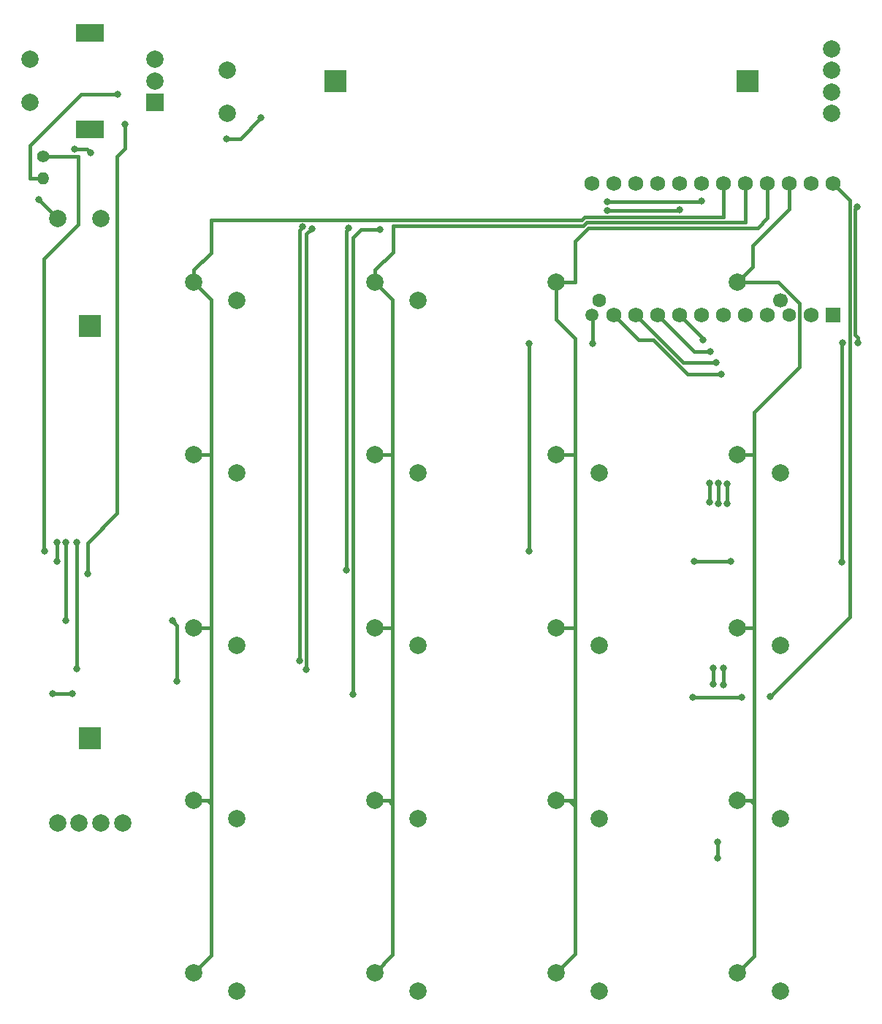
<source format=gbr>
G04 #@! TF.GenerationSoftware,KiCad,Pcbnew,(5.1.0)-1*
G04 #@! TF.CreationDate,2019-03-23T00:22:17+01:00*
G04 #@! TF.ProjectId,Schematic2,53636865-6d61-4746-9963-322e6b696361,rev?*
G04 #@! TF.SameCoordinates,Original*
G04 #@! TF.FileFunction,Copper,L2,Bot*
G04 #@! TF.FilePolarity,Positive*
%FSLAX46Y46*%
G04 Gerber Fmt 4.6, Leading zero omitted, Abs format (unit mm)*
G04 Created by KiCad (PCBNEW (5.1.0)-1) date 2019-03-23 00:22:17*
%MOMM*%
%LPD*%
G04 APERTURE LIST*
%ADD10C,2.000000*%
%ADD11C,1.600000*%
%ADD12R,3.200000X2.000000*%
%ADD13R,2.000000X2.000000*%
%ADD14C,1.700000*%
%ADD15C,1.400000*%
%ADD16O,1.400000X1.400000*%
%ADD17R,2.500000X2.500000*%
%ADD18C,1.752600*%
%ADD19C,1.500000*%
%ADD20R,1.752600X1.752600*%
%ADD21C,0.800000*%
%ADD22C,0.400000*%
G04 APERTURE END LIST*
D10*
X76470000Y-143370000D03*
X71470000Y-141270000D03*
X55470000Y-143370000D03*
X50470000Y-141270000D03*
X97470000Y-143370000D03*
X92470000Y-141270000D03*
X118470000Y-143370000D03*
X113470000Y-141270000D03*
X55470000Y-123370000D03*
X50470000Y-121270000D03*
X118470000Y-123370000D03*
X113470000Y-121270000D03*
X118470000Y-103370000D03*
X113470000Y-101270000D03*
X76470000Y-123370000D03*
X71470000Y-121270000D03*
X97470000Y-123370000D03*
X92470000Y-121270000D03*
X118470000Y-83370000D03*
X113470000Y-81270000D03*
D11*
X97470000Y-63370000D03*
D10*
X92470000Y-61270000D03*
X55470000Y-103370000D03*
X50470000Y-101270000D03*
X31470000Y-35470000D03*
X31470000Y-40470000D03*
D12*
X38470000Y-32370000D03*
X38470000Y-43570000D03*
D10*
X45970000Y-35470000D03*
X45970000Y-37970000D03*
D13*
X45970000Y-40470000D03*
D10*
X55470000Y-83370000D03*
X50470000Y-81270000D03*
X97470000Y-103370000D03*
X92470000Y-101270000D03*
X55470000Y-63370000D03*
X50470000Y-61270000D03*
X76470000Y-103370000D03*
X71470000Y-101270000D03*
D14*
X118470000Y-63370000D03*
D10*
X113470000Y-61270000D03*
X97470000Y-83370000D03*
X92470000Y-81270000D03*
X76470000Y-83370000D03*
X71470000Y-81270000D03*
D15*
X33018000Y-46734000D03*
D16*
X33018000Y-49274000D03*
D17*
X38480000Y-114122000D03*
D10*
X39720000Y-53870000D03*
X34720000Y-53870000D03*
X42220000Y-123870000D03*
X39720000Y-123870000D03*
X37220000Y-123870000D03*
X34720000Y-123870000D03*
D17*
X38480000Y-66370000D03*
D10*
X76470000Y-63370000D03*
X71470000Y-61270000D03*
D18*
X124590000Y-49850000D03*
X122050000Y-49850000D03*
X119510000Y-49850000D03*
X116970000Y-49850000D03*
X114430000Y-49850000D03*
X111890000Y-49850000D03*
X109350000Y-49850000D03*
X106810000Y-49850000D03*
X104270000Y-49850000D03*
X101730000Y-49850000D03*
X99190000Y-49850000D03*
X96650000Y-49850000D03*
D19*
X96650000Y-65090000D03*
D18*
X99190000Y-65090000D03*
X101730000Y-65090000D03*
X104270000Y-65090000D03*
X106810000Y-65090000D03*
X109350000Y-65090000D03*
X111890000Y-65090000D03*
X114430000Y-65090000D03*
X116970000Y-65090000D03*
D11*
X119510000Y-65090000D03*
D18*
X122050000Y-65090000D03*
D20*
X124590000Y-65090000D03*
D17*
X114612000Y-37960000D03*
D10*
X54360000Y-36720000D03*
X54360000Y-41720000D03*
X124360000Y-34220000D03*
X124360000Y-36720000D03*
X124360000Y-39220000D03*
X124360000Y-41720000D03*
D17*
X66860000Y-37960000D03*
D21*
X109460000Y-67940000D03*
X110240000Y-86710000D03*
X110240000Y-84540000D03*
X110350000Y-69310000D03*
X110660000Y-107840000D03*
X111040000Y-70600000D03*
X110660000Y-106000000D03*
X111230000Y-86880000D03*
X111270000Y-84560000D03*
X112270000Y-84630000D03*
X111640010Y-71920000D03*
X112320000Y-86880000D03*
X111190000Y-126100000D03*
X111830000Y-106000000D03*
X111220000Y-127950000D03*
X111830000Y-107910000D03*
X32510000Y-51687000D03*
X34669000Y-93597000D03*
X34669000Y-91438000D03*
X41692000Y-39533579D03*
X68140000Y-94620000D03*
X68450000Y-54980000D03*
X89370000Y-92430000D03*
X89370000Y-68400000D03*
X96660000Y-68400000D03*
X36447000Y-108964000D03*
X34161000Y-108964000D03*
X38517000Y-46264000D03*
X36680000Y-45860000D03*
X68960000Y-108990000D03*
X72080000Y-55190000D03*
X63540000Y-106170000D03*
X64190000Y-55040000D03*
X98390000Y-52919990D03*
X106800000Y-52900000D03*
X62720000Y-105090000D03*
X63110000Y-54860000D03*
X98373053Y-51920131D03*
X109340000Y-51890000D03*
X108450000Y-93630000D03*
X112720000Y-93640000D03*
X125570000Y-93670000D03*
X125640000Y-68270000D03*
X127420000Y-68250000D03*
X127350000Y-52570000D03*
X47990000Y-100500000D03*
X48550000Y-107500000D03*
X108340000Y-109320000D03*
X113930000Y-109320000D03*
X117270000Y-109270000D03*
X33183000Y-92454000D03*
X42490000Y-42950000D03*
X38160000Y-95040000D03*
X35685000Y-91438000D03*
X35685000Y-100455000D03*
X58279314Y-42249315D03*
X54300000Y-44640000D03*
X36950000Y-91440000D03*
X36900000Y-106050000D03*
D22*
X113470000Y-101270000D02*
X115400000Y-101270000D01*
X113470000Y-121270000D02*
X114884213Y-121270000D01*
X113470000Y-81270000D02*
X115400000Y-81270000D01*
X115400000Y-76310000D02*
X115400000Y-121270000D01*
X119510000Y-52780002D02*
X115230002Y-57060000D01*
X119510000Y-49850000D02*
X119510000Y-52780002D01*
X120660001Y-71049999D02*
X115400000Y-76310000D01*
X118220002Y-61270000D02*
X120660001Y-63709999D01*
X115230002Y-59509998D02*
X113470000Y-61270000D01*
X113470000Y-61270000D02*
X118220002Y-61270000D01*
X120660001Y-63709999D02*
X120660001Y-71049999D01*
X115230002Y-57060000D02*
X115230002Y-59509998D01*
X115400000Y-139340000D02*
X113470000Y-141270000D01*
X115400000Y-121720000D02*
X114950000Y-121270000D01*
X115400000Y-121750000D02*
X115400000Y-121720000D01*
X114950000Y-121270000D02*
X115400000Y-121270000D01*
X114884213Y-121270000D02*
X114950000Y-121270000D01*
X115400000Y-121750000D02*
X115400000Y-139340000D01*
X115400000Y-121270000D02*
X115400000Y-121750000D01*
X94660000Y-121190000D02*
X94660000Y-101230000D01*
X94700000Y-61280000D02*
X94700000Y-57131998D01*
X92470000Y-65600000D02*
X92470000Y-61270000D01*
X94620000Y-101270000D02*
X94660000Y-101230000D01*
X115810000Y-55000000D02*
X116970000Y-53840000D01*
X96220000Y-55000000D02*
X115810000Y-55000000D01*
X94710000Y-57121998D02*
X94710000Y-56510000D01*
X94660000Y-101230000D02*
X94660000Y-81280000D01*
X94700000Y-57131998D02*
X94710000Y-57121998D01*
X92470000Y-61270000D02*
X93884213Y-61270000D01*
X94580000Y-121270000D02*
X94660000Y-121190000D01*
X94660000Y-67790000D02*
X92470000Y-65600000D01*
X94660000Y-81280000D02*
X94660000Y-67790000D01*
X93894213Y-81280000D02*
X94660000Y-81280000D01*
X116970000Y-53840000D02*
X116970000Y-49850000D01*
X92470000Y-81270000D02*
X93884213Y-81270000D01*
X94710000Y-56510000D02*
X96220000Y-55000000D01*
X92470000Y-101270000D02*
X94620000Y-101270000D01*
X93884213Y-61270000D02*
X93894213Y-61280000D01*
X93884213Y-81270000D02*
X93894213Y-81280000D01*
X93894213Y-61280000D02*
X94700000Y-61280000D01*
X93469999Y-140270001D02*
X93469999Y-140250001D01*
X92470000Y-141270000D02*
X93469999Y-140270001D01*
X93469999Y-140250001D02*
X94660000Y-139060000D01*
X94660000Y-121935000D02*
X93995000Y-121270000D01*
X94660000Y-121965000D02*
X94660000Y-121935000D01*
X93995000Y-121270000D02*
X92470000Y-121270000D01*
X94580000Y-121270000D02*
X93995000Y-121270000D01*
X94660000Y-121965000D02*
X94660000Y-121190000D01*
X94660000Y-139060000D02*
X94660000Y-121965000D01*
X71488176Y-101288176D02*
X71470000Y-101270000D01*
X72894213Y-81260000D02*
X73530000Y-81260000D01*
X71488176Y-101367900D02*
X71488176Y-101288176D01*
X73530000Y-63330000D02*
X71470000Y-61270000D01*
X96051458Y-54320000D02*
X114400000Y-54320000D01*
X71470000Y-81270000D02*
X72884213Y-81270000D01*
X73550000Y-57775787D02*
X73550000Y-54770000D01*
X73550000Y-54770000D02*
X95601458Y-54770000D01*
X71470000Y-61270000D02*
X71470000Y-59855787D01*
X71470000Y-101270000D02*
X73530000Y-101270000D01*
X71470000Y-59855787D02*
X73550000Y-57775787D01*
X95601458Y-54770000D02*
X96051458Y-54320000D01*
X114400000Y-54320000D02*
X114430000Y-54290000D01*
X73530000Y-81260000D02*
X73530000Y-63330000D01*
X72884213Y-81270000D02*
X72894213Y-81260000D01*
X114430000Y-54290000D02*
X114430000Y-49850000D01*
X72469999Y-140270001D02*
X72469999Y-140170001D01*
X71470000Y-141270000D02*
X72469999Y-140270001D01*
X72469999Y-140170001D02*
X73530000Y-139110000D01*
X73530000Y-121760000D02*
X73040000Y-121270000D01*
X73530000Y-121790000D02*
X73530000Y-121760000D01*
X73040000Y-121270000D02*
X73530000Y-121270000D01*
X71470000Y-121270000D02*
X73040000Y-121270000D01*
X73530000Y-121790000D02*
X73530000Y-81260000D01*
X73530000Y-139110000D02*
X73530000Y-121790000D01*
X50470000Y-101270000D02*
X52500000Y-101270000D01*
X50470000Y-59855787D02*
X52480000Y-57845787D01*
X50470000Y-61270000D02*
X50470000Y-59855787D01*
X52480000Y-57845787D02*
X52480000Y-54060000D01*
X95462916Y-54060000D02*
X95802926Y-53719990D01*
X52480000Y-54060000D02*
X95462916Y-54060000D01*
X95802926Y-53719990D02*
X111830000Y-53719990D01*
X111890000Y-53659990D02*
X111890000Y-49850000D01*
X111830000Y-53719990D02*
X111890000Y-53659990D01*
X50470000Y-81270000D02*
X52500000Y-81270000D01*
X52500000Y-63300000D02*
X50470000Y-61270000D01*
X51469999Y-140250001D02*
X52500000Y-139220000D01*
X50470000Y-141270000D02*
X51469999Y-140270001D01*
X51469999Y-140270001D02*
X51469999Y-140250001D01*
X50470000Y-121270000D02*
X52500000Y-121270000D01*
X52500000Y-121715000D02*
X52070000Y-121285000D01*
X52500000Y-121715000D02*
X52500000Y-63300000D01*
X52500000Y-139220000D02*
X52500000Y-121715000D01*
X109460000Y-67740000D02*
X106810000Y-65090000D01*
X109460000Y-67940000D02*
X109460000Y-67740000D01*
X110240000Y-86710000D02*
X110240000Y-84540000D01*
X110350000Y-69310000D02*
X108490000Y-69310000D01*
X108490000Y-69310000D02*
X104270000Y-65090000D01*
X110660000Y-107840000D02*
X110660000Y-106000000D01*
X107240000Y-70600000D02*
X101730000Y-65090000D01*
X111230000Y-86880000D02*
X111230000Y-84600000D01*
X111040000Y-70600000D02*
X107240000Y-70600000D01*
X111230000Y-84600000D02*
X111270000Y-84560000D01*
X102030000Y-67930000D02*
X99190000Y-65090000D01*
X111220000Y-126130000D02*
X111190000Y-126100000D01*
X103721458Y-67930000D02*
X102030000Y-67930000D01*
X111640010Y-71920000D02*
X107711458Y-71920000D01*
X112320000Y-84680000D02*
X112270000Y-84630000D01*
X107711458Y-71920000D02*
X103721458Y-67930000D01*
X111220000Y-127950000D02*
X111220000Y-126130000D01*
X111830000Y-107910000D02*
X111830000Y-106000000D01*
X112320000Y-86880000D02*
X112320000Y-84680000D01*
X32537000Y-51687000D02*
X34720000Y-53870000D01*
X34669000Y-91438000D02*
X34669000Y-93597000D01*
X32510000Y-51687000D02*
X32537000Y-51687000D01*
X41692000Y-39533579D02*
X37426421Y-39533579D01*
X37426421Y-39533579D02*
X31530000Y-45430000D01*
X31530000Y-45430000D02*
X31530000Y-49260000D01*
X31544000Y-49274000D02*
X33018000Y-49274000D01*
X31530000Y-49260000D02*
X31544000Y-49274000D01*
X68140000Y-94620000D02*
X68140000Y-55290000D01*
X68140000Y-55290000D02*
X68450000Y-54980000D01*
X89370000Y-92430000D02*
X89370000Y-68400000D01*
X96660000Y-65100000D02*
X96650000Y-65090000D01*
X96660000Y-68400000D02*
X96660000Y-65100000D01*
X34161000Y-108964000D02*
X36447000Y-108964000D01*
X38517000Y-46264000D02*
X38113000Y-45860000D01*
X38113000Y-45860000D02*
X36680000Y-45860000D01*
X68960000Y-108990000D02*
X68960000Y-56060000D01*
X68960000Y-56060000D02*
X69830000Y-55190000D01*
X69830000Y-55190000D02*
X72080000Y-55190000D01*
X63540000Y-106170000D02*
X63540000Y-55690000D01*
X63540000Y-55690000D02*
X64190000Y-55040000D01*
X98390000Y-52919990D02*
X106780010Y-52919990D01*
X106780010Y-52919990D02*
X106800000Y-52900000D01*
X62720000Y-105090000D02*
X62720000Y-55250000D01*
X62720000Y-55250000D02*
X63110000Y-54860000D01*
X98373053Y-51920131D02*
X109309869Y-51920131D01*
X109309869Y-51920131D02*
X109340000Y-51890000D01*
X108450000Y-93630000D02*
X112710000Y-93630000D01*
X112710000Y-93630000D02*
X112720000Y-93640000D01*
X125570000Y-93670000D02*
X125570000Y-68340000D01*
X125570000Y-68340000D02*
X125640000Y-68270000D01*
X127420000Y-67684315D02*
X127130010Y-67394325D01*
X127420000Y-68250000D02*
X127420000Y-67684315D01*
X127130010Y-67394325D02*
X127130010Y-52789990D01*
X127130010Y-52789990D02*
X127350000Y-52570000D01*
X47990000Y-100500000D02*
X48550000Y-101060000D01*
X48550000Y-101060000D02*
X48550000Y-107500000D01*
X108340000Y-109320000D02*
X113930000Y-109320000D01*
X126530000Y-51790000D02*
X124590000Y-49850000D01*
X117270000Y-109270000D02*
X126530000Y-100010000D01*
X126530000Y-100010000D02*
X126530000Y-51790000D01*
X76470000Y-103370000D02*
X76470000Y-103449725D01*
X76470000Y-103449725D02*
X76488176Y-103467901D01*
X76470000Y-103380044D02*
X76470000Y-103370000D01*
X76404792Y-103445252D02*
X76470000Y-103380044D01*
X33145000Y-58545000D02*
X33145000Y-59180000D01*
X37082000Y-54608000D02*
X33145000Y-58545000D01*
X37082000Y-46734000D02*
X37082000Y-54608000D01*
X33018000Y-46734000D02*
X37082000Y-46734000D01*
X33145000Y-59180000D02*
X33145000Y-92416000D01*
X33145000Y-92416000D02*
X33183000Y-92454000D01*
X42490000Y-42950000D02*
X42490000Y-45770000D01*
X42490000Y-45770000D02*
X41570000Y-46690000D01*
X41570000Y-46690000D02*
X41570000Y-88040000D01*
X41570000Y-88040000D02*
X38160000Y-91450000D01*
X38160000Y-91450000D02*
X38160000Y-95040000D01*
X35685000Y-91438000D02*
X35685000Y-100455000D01*
X58279314Y-42249315D02*
X55888629Y-44640000D01*
X55888629Y-44640000D02*
X54300000Y-44640000D01*
X36950000Y-91440000D02*
X36950000Y-106000000D01*
X36950000Y-106000000D02*
X36900000Y-106050000D01*
M02*

</source>
